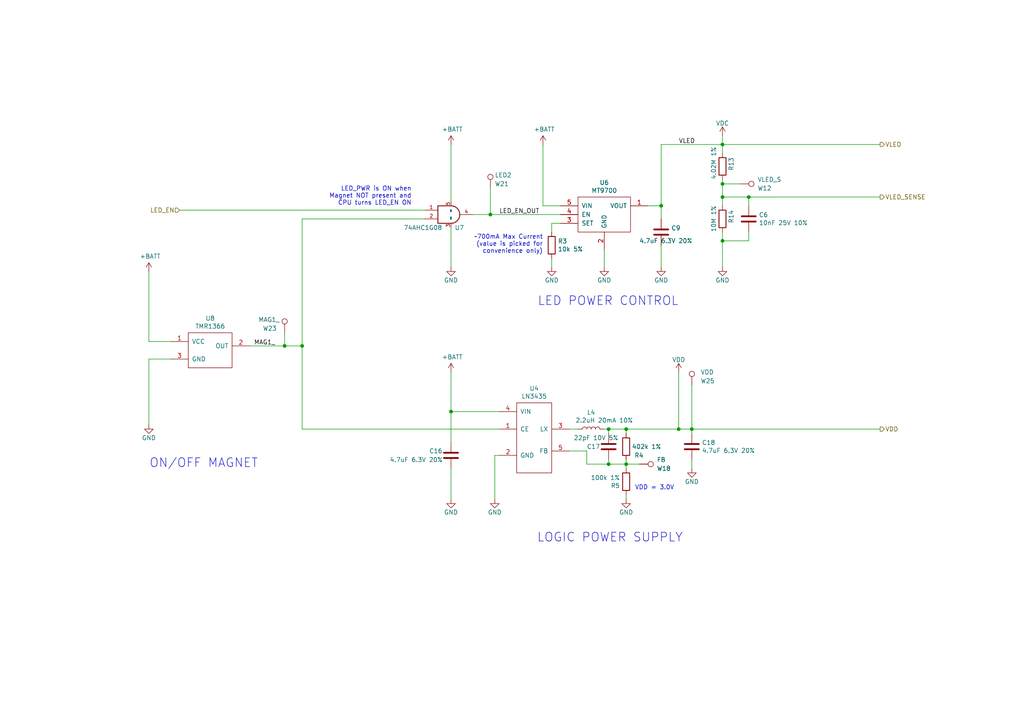
<source format=kicad_sch>
(kicad_sch (version 20211123) (generator eeschema)
  (paper "A4")
  (title_block (title "Pixels D20 Schematic, Power") (date "2020-04-13") (rev "2") (company "Systemic Games, LLC"))
  (lib_symbols
    (symbol "Device:C" (pin_numbers hide) (pin_names (offset 0.254))
      (property "Reference" "C" (at 0.635 2.54 0))
      (property "Value" "C" (at 0.635 -2.54 0))
      (symbol "C_0_1"
        (polyline (pts (xy -2.032 -0.762) (xy 2.032 -0.762)) (stroke (width 0.508)))
        (polyline (pts (xy -2.032 0.762) (xy 2.032 0.762)) (stroke (width 0.508)))
      )
      (symbol "C_1_1"
        (pin passive line (at 0 3.81 270) (length 2.794) (name "~") (number "1"))
        (pin passive line (at 0 -3.81 90) (length 2.794) (name "~") (number "2"))
      )
    )
    (symbol "Device:L" (pin_numbers hide) (pin_names (offset 1.016) hide)
      (property "Reference" "L" (at -1.27 0 90))
      (property "Value" "L" (at 1.905 0 90))
      (symbol "L_0_1"
        (arc (start 0 -2.54) (mid 0.635 -1.905) (end 0 -1.27))
        (arc (start 0 -1.27) (mid 0.635 -0.635) (end 0 0))
        (arc (start 0 0) (mid 0.635 0.635) (end 0 1.27))
        (arc (start 0 1.27) (mid 0.635 1.905) (end 0 2.54))
      )
      (symbol "L_1_1"
        (pin passive line (at 0 3.81 270) (length 1.27) (name "1") (number "1"))
        (pin passive line (at 0 -3.81 90) (length 1.27) (name "2") (number "2"))
      )
    )
    (symbol "Device:R" (pin_numbers hide) (pin_names (offset 0))
      (property "Reference" "R" (at 2.032 0 90))
      (property "Value" "R" (at 0 0 90))
      (symbol "R_0_1"
        (rectangle (start -1.016 -2.54) (end 1.016 2.54) (stroke (width 0.254)))
      )
      (symbol "R_1_1"
        (pin passive line (at 0 3.81 270) (length 1.27) (name "~") (number "1"))
        (pin passive line (at 0 -3.81 90) (length 1.27) (name "~") (number "2"))
      )
    )
    (symbol "Pixels-dice:74AHC1G08" (pin_names (offset 1.016))
      (property "Reference" "U" (at -2.54 3.81 0))
      (property "Value" "74AHC1G08" (at 0 -3.81 0))
      (symbol "74AHC1G08_0_1"
        (arc (start 0 -2.54) (mid 2.54 0) (end 0 2.54) (stroke (width 0.254)))
        (polyline (pts (xy 0 -2.54) (xy -3.81 -2.54) (xy -3.81 2.54) (xy 0 2.54)) (stroke (width 0.254)))
      )
      (symbol "74AHC1G08_1_1"
        (pin input line (at -7.62 1.27 0) (length 3.81) (name "~") (number "1"))
        (pin input line (at -7.62 -1.27 0) (length 3.81) (name "~") (number "2"))
        (pin power_in line (at 0 -3.81 90) (length 1.27) (name "GND") (number "3"))
        (pin output line (at 6.35 0 180) (length 3.81) (name "~") (number "4"))
        (pin power_in line (at 0 3.81 270) (length 1.27) (name "VCC") (number "5"))
      )
    )
    (symbol "Pixels-dice:LN3406" (pin_names (offset 1.016))
      (property "Reference" "U" (at 2.54 -11.43 0))
      (property "Value" "LN3406" (at -1.27 11.43 0))
      (symbol "LN3406_0_1"
        (rectangle (start -5.08 10.16) (end 5.08 -10.16))
      )
      (symbol "LN3406_1_1"
        (pin input line (at -10.16 2.54 0) (length 5.08) (name "CE") (number "1"))
        (pin power_in line (at -10.16 -5.08 0) (length 5.08) (name "GND") (number "2"))
        (pin power_out line (at 10.16 2.54 180) (length 5.08) (name "LX") (number "3"))
        (pin power_in line (at -10.16 7.62 0) (length 5.08) (name "VIN") (number "4"))
        (pin input line (at 10.16 -3.81 180) (length 5.08) (name "FB") (number "5"))
      )
    )
    (symbol "Pixels-dice:MT9700" (pin_names (offset 1.016))
      (property "Reference" "U" (at 6.35 -6.35 0))
      (property "Value" "MT9700" (at 0 6.35 0))
      (symbol "MT9700_0_1"
        (rectangle (start -7.62 5.08) (end 7.62 -5.08))
      )
      (symbol "MT9700_1_1"
        (pin power_out line (at 12.7 2.54 180) (length 5.08) (name "VOUT") (number "1"))
        (pin power_in line (at 0 -10.16 90) (length 5.08) (name "GND") (number "2"))
        (pin input line (at -12.7 -2.54 0) (length 5.08) (name "SET") (number "3"))
        (pin input line (at -12.7 0 0) (length 5.08) (name "EN") (number "4"))
        (pin power_in line (at -12.7 2.54 0) (length 5.08) (name "VIN") (number "5"))
      )
    )
    (symbol "Pixels-dice:TEST_1P-conn" (pin_numbers hide) (pin_names (offset 0.762) hide)
      (property "Reference" "W" (at 0 6.858 0))
      (property "Value" "TEST_1P-conn" (at 0 5.08 0))
      (symbol "TEST_1P-conn_0_1"
        (circle (center 0 3.302) (radius 0.762))
      )
      (symbol "TEST_1P-conn_1_1"
        (pin passive line (at 0 0 90) (length 2.54) (name "1") (number "1"))
      )
    )
    (symbol "Pixels-dice:TMR1366" (pin_names (offset 1.016))
      (property "Reference" "U" (at 3.81 -6.35 0))
      (property "Value" "TMR1366" (at 0 6.35 0))
      (symbol "TMR1366_1_1"
        (rectangle (start -6.35 5.08) (end 6.35 -5.08))
        (pin power_in line (at -11.43 2.54 0) (length 5.08) (name "VCC") (number "1"))
        (pin output line (at 11.43 1.27 180) (length 5.08) (name "OUT") (number "2"))
        (pin power_in line (at -11.43 -2.54 0) (length 5.08) (name "GND") (number "3"))
      )
    )
    (symbol "power:+BATT" (power) (pin_names (offset 0))
      (property "Value" "+BATT" (at 0 3.556 0))
      (symbol "+BATT_0_1"
        (polyline (pts (xy -0.762 1.27) (xy 0 2.54)))
        (polyline (pts (xy 0 0) (xy 0 2.54)))
        (polyline (pts (xy 0 2.54) (xy 0.762 1.27)))
      )
      (symbol "+BATT_1_1"
        (pin power_in line (at 0 0 90) (length 0) hide (name "+BATT") (number "1"))
      )
    )
    (symbol "power:GND" (power) (pin_names (offset 0))
      (property "Value" "GND" (at 0 -3.81 0))
      (symbol "GND_0_1"
        (polyline (pts (xy 0 0) (xy 0 -1.27) (xy 1.27 -1.27) (xy 0 -2.54) (xy -1.27 -1.27) (xy 0 -1.27)))
      )
      (symbol "GND_1_1"
        (pin power_in line (at 0 0 270) (length 0) hide (name "GND") (number "1"))
      )
    )
    (symbol "power:VDC" (power) (pin_names (offset 0))
      (property "Value" "VDC" (at 0 6.35 0))
      (symbol "VDC_0_1"
        (polyline (pts (xy -0.762 1.27) (xy 0 2.54)))
        (polyline (pts (xy 0 0) (xy 0 2.54)))
        (polyline (pts (xy 0 2.54) (xy 0.762 1.27)))
      )
      (symbol "VDC_1_1"
        (pin power_in line (at 0 0 90) (length 0) hide (name "VDC") (number "1"))
      )
    )
    (symbol "power:VDD" (power) (pin_names (offset 0))
      (property "Value" "VDD" (at 0 3.81 0))
      (symbol "VDD_0_1"
        (polyline (pts (xy -0.762 1.27) (xy 0 2.54)))
        (polyline (pts (xy 0 0) (xy 0 2.54)))
        (polyline (pts (xy 0 2.54) (xy 0.762 1.27)))
      )
      (symbol "VDD_1_1"
        (pin power_in line (at 0 0 90) (length 0) hide (name "VDD") (number "1"))
      )
    )
  )
  (junction (at 142.24 62.23))
  (junction (at 209.55 41.91))
  (junction (at 200.66 124.46))
  (junction (at 209.55 69.85))
  (junction (at 176.53 124.46))
  (junction (at 196.85 124.46))
  (junction (at 181.61 134.62))
  (junction (at 87.63 100.33))
  (junction (at 82.55 100.33))
  (junction (at 209.55 57.15))
  (junction (at 217.17 57.15))
  (junction (at 191.77 59.69))
  (junction (at 176.53 134.62))
  (junction (at 181.61 124.46))
  (junction (at 130.81 119.38))
  (junction (at 209.55 53.34))
  (wire (pts (xy 176.53 134.62) (xy 181.61 134.62)))
  (wire (pts (xy 170.18 130.81) (xy 170.18 134.62)))
  (wire (pts (xy 176.53 124.46) (xy 175.26 124.46)))
  (wire (pts (xy 165.1 130.81) (xy 170.18 130.81)))
  (wire (pts (xy 200.66 124.46) (xy 200.66 125.73)))
  (wire (pts (xy 181.61 124.46) (xy 176.53 124.46)))
  (wire (pts (xy 87.63 100.33) (xy 82.55 100.33)))
  (wire (pts (xy 43.18 78.74) (xy 43.18 99.06)))
  (wire (pts (xy 209.55 57.15) (xy 209.55 59.69)))
  (wire (pts (xy 49.53 104.14) (xy 43.18 104.14)))
  (wire (pts (xy 167.64 124.46) (xy 165.1 124.46)))
  (wire (pts (xy 176.53 125.73) (xy 176.53 124.46)))
  (wire (pts (xy 170.18 134.62) (xy 176.53 134.62)))
  (wire (pts (xy 217.17 69.85) (xy 209.55 69.85)))
  (wire (pts (xy 217.17 67.31) (xy 217.17 69.85)))
  (wire (pts (xy 209.55 52.07) (xy 209.55 53.34)))
  (wire (pts (xy 255.27 41.91) (xy 209.55 41.91)))
  (wire (pts (xy 175.26 72.39) (xy 175.26 77.47)))
  (wire (pts (xy 217.17 57.15) (xy 217.17 59.69)))
  (wire (pts (xy 181.61 134.62) (xy 185.42 134.62)))
  (wire (pts (xy 200.66 111.76) (xy 200.66 124.46)))
  (wire (pts (xy 52.07 60.96) (xy 123.19 60.96)))
  (wire (pts (xy 43.18 104.14) (xy 43.18 123.19)))
  (wire (pts (xy 176.53 134.62) (xy 176.53 133.35)))
  (wire (pts (xy 196.85 107.95) (xy 196.85 124.46)))
  (wire (pts (xy 200.66 124.46) (xy 255.27 124.46)))
  (wire (pts (xy 191.77 63.5) (xy 191.77 59.69)))
  (wire (pts (xy 209.55 69.85) (xy 209.55 77.47)))
  (wire (pts (xy 209.55 53.34) (xy 214.63 53.34)))
  (wire (pts (xy 209.55 41.91) (xy 191.77 41.91)))
  (wire (pts (xy 130.81 128.27) (xy 130.81 119.38)))
  (wire (pts (xy 162.56 59.69) (xy 157.48 59.69)))
  (wire (pts (xy 143.51 132.08) (xy 143.51 144.78)))
  (wire (pts (xy 87.63 63.5) (xy 87.63 100.33)))
  (wire (pts (xy 130.81 107.95) (xy 130.81 119.38)))
  (wire (pts (xy 130.81 66.04) (xy 130.81 77.47)))
  (wire (pts (xy 43.18 99.06) (xy 49.53 99.06)))
  (wire (pts (xy 143.51 132.08) (xy 144.78 132.08)))
  (wire (pts (xy 130.81 41.91) (xy 130.81 58.42)))
  (wire (pts (xy 142.24 62.23) (xy 162.56 62.23)))
  (wire (pts (xy 209.55 39.37) (xy 209.55 41.91)))
  (wire (pts (xy 162.56 64.77) (xy 160.02 64.77)))
  (wire (pts (xy 181.61 125.73) (xy 181.61 124.46)))
  (wire (pts (xy 160.02 74.93) (xy 160.02 77.47)))
  (wire (pts (xy 137.16 62.23) (xy 142.24 62.23)))
  (wire (pts (xy 87.63 124.46) (xy 144.78 124.46)))
  (wire (pts (xy 181.61 124.46) (xy 196.85 124.46)))
  (wire (pts (xy 82.55 100.33) (xy 72.39 100.33)))
  (wire (pts (xy 160.02 64.77) (xy 160.02 67.31)))
  (wire (pts (xy 209.55 41.91) (xy 209.55 44.45)))
  (wire (pts (xy 181.61 134.62) (xy 181.61 135.89)))
  (wire (pts (xy 209.55 53.34) (xy 209.55 57.15)))
  (wire (pts (xy 196.85 124.46) (xy 200.66 124.46)))
  (wire (pts (xy 187.96 59.69) (xy 191.77 59.69)))
  (wire (pts (xy 87.63 100.33) (xy 87.63 124.46)))
  (wire (pts (xy 157.48 41.91) (xy 157.48 59.69)))
  (wire (pts (xy 181.61 134.62) (xy 181.61 133.35)))
  (wire (pts (xy 209.55 57.15) (xy 217.17 57.15)))
  (wire (pts (xy 200.66 133.35) (xy 200.66 135.89)))
  (wire (pts (xy 142.24 54.61) (xy 142.24 62.23)))
  (wire (pts (xy 130.81 119.38) (xy 144.78 119.38)))
  (wire (pts (xy 191.77 41.91) (xy 191.77 59.69)))
  (wire (pts (xy 82.55 96.52) (xy 82.55 100.33)))
  (wire (pts (xy 209.55 67.31) (xy 209.55 69.85)))
  (wire (pts (xy 87.63 63.5) (xy 123.19 63.5)))
  (wire (pts (xy 191.77 71.12) (xy 191.77 77.47)))
  (wire (pts (xy 130.81 135.89) (xy 130.81 144.78)))
  (wire (pts (xy 181.61 143.51) (xy 181.61 144.78)))
  (wire (pts (xy 217.17 57.15) (xy 255.27 57.15)))
  (text "LOGIC POWER SUPPLY" (at 198.12 157.48 180) (effects (font (size 2.54 2.54)) (justify right bottom)))
  (text "ON/OFF MAGNET" (at 74.93 135.89 180) (effects (font (size 2.54 2.54)) (justify right bottom)))
  (text "LED_PWR is ON when\nMagnet NOT present and\nCPU turns LED_EN ON" (at 119.38 59.69 0) (effects (font (size 1.27 1.27)) (justify right bottom)))
  (text "LED POWER CONTROL" (at 196.85 88.9 180) (effects (font (size 2.54 2.54)) (justify right bottom)))
  (text "VDD = 3.0V" (at 195.58 142.24 180) (effects (font (size 1.27 1.27)) (justify right bottom)))
  (text "~700mA Max Current\n(value is picked for\nconvenience only)" (at 157.48 73.66 0) (effects (font (size 1.27 1.27)) (justify right bottom)))
  (label "MAG1_" (at 73.66 100.33 0))
  (label "VLED" (at 196.85 41.91 0))
  (label "LED_EN_OUT" (at 144.78 62.23 0))
  (hierarchical_label "LED_EN" (shape input) (at 52.07 60.96 180))
  (hierarchical_label "VDD" (shape output) (at 255.27 124.46 0))
  (hierarchical_label "VLED_SENSE" (shape output) (at 255.27 57.15 0))
  (hierarchical_label "VLED" (shape output) (at 255.27 41.91 0))
  (symbol (lib_id "Pixels-dice:TEST_1P-conn") (at 185.42 134.62 270) (unit 1)
    (property "Reference" "W18" (at 190.5 135.89 90) (effects (justify left)))
    (property "Value" "FB" (at 190.5 133.35 90) (effects (justify left)))
    (property "Footprint" "Pixels-dice:TEST_PIN" (effects hide))
    (property "Generic OK" "N/A" (effects hide))
  )
  (symbol (lib_id "Pixels-dice:TEST_1P-conn") (at 142.24 54.61 0) (unit 1)
    (property "Reference" "W21" (at 143.51 53.34 0) (effects (justify left)))
    (property "Value" "LED2" (at 143.51 50.8 0) (effects (justify left)))
    (property "Footprint" "Pixels-dice:TEST_PIN" (effects hide))
    (property "Generic OK" "N/A" (effects hide))
  )
  (symbol (lib_id "power:+BATT") (at 157.48 41.91 0) (unit 1)
    (property "Reference" "#PWR033" (effects hide))
    (property "Value" "+BATT" (at 157.861 37.5158 0))
  )
  (symbol (lib_id "Device:L") (at 171.45 124.46 90) (unit 1)
    (property "Reference" "L4" (at 171.45 119.634 90))
    (property "Value" "2.2uH 20mA 10%" (at 175.26 121.92 90))
    (property "Footprint" "Inductor_SMD:L_0805_2012Metric" (effects hide))
    (property "Generic OK" "YES" (effects hide))
    (property "Pixels Part Number" "SMD-L004" (effects hide))
    (property "Manufacturer" "Bourns" (effects hide))
    (property "Manufacturer Part Number" "CV201210-2R2K" (effects hide))
  )
  (symbol (lib_id "Device:C") (at 200.66 129.54 0) (unit 1)
    (property "Reference" "C18" (at 203.581 128.3716 0) (effects (justify left)))
    (property "Value" "4.7uF 6.3V 20%" (at 203.581 130.683 0) (effects (justify left)))
    (property "Footprint" "Pixels-dice:C_0402_1005Metric" (effects hide))
    (property "Generic OK" "YES" (effects hide))
    (property "Pixels Part Number" "SMD-C002" (effects hide))
    (property "Manufacturer" "Murata" (effects hide))
    (property "Manufacturer Part Number" "GRM155R60J475ME87D" (effects hide))
  )
  (symbol (lib_id "power:GND") (at 200.66 135.89 0) (unit 1)
    (property "Reference" "#PWR028" (effects hide))
    (property "Value" "GND" (at 200.66 139.7 0))
  )
  (symbol (lib_id "power:GND") (at 130.81 144.78 0) (unit 1)
    (property "Reference" "#PWR029" (effects hide))
    (property "Value" "GND" (at 130.81 148.59 0))
  )
  (symbol (lib_id "Pixels-dice:LN3406") (at 154.94 127 0) (unit 1)
    (property "Reference" "U4" (at 154.94 112.649 0))
    (property "Value" "LN3435" (at 154.94 114.9604 0))
    (property "Footprint" "Pixels-dice:SOT-23-5" (effects hide))
    (property "Generic OK" "NO" (effects hide))
    (property "Manufacturer" "NATLINEAR" (effects hide))
    (property "Manufacturer Part Number" "LN3435" (effects hide))
    (property "Pixels Part Number" "SMD-U004-ALT1" (effects hide))
  )
  (symbol (lib_id "power:GND") (at 175.26 77.47 0) (unit 1)
    (property "Reference" "#PWR038" (effects hide))
    (property "Value" "GND" (at 175.26 81.28 0))
  )
  (symbol (lib_id "Device:C") (at 176.53 129.54 0) (unit 1)
    (property "Reference" "C17" (at 170.18 129.54 0) (effects (justify left)))
    (property "Value" "22pF 10V 5%" (at 166.37 127 0) (effects (justify left)))
    (property "Footprint" "Pixels-dice:C_0402_1005Metric" (effects hide))
    (property "Generic OK" "YES" (effects hide))
    (property "Pixels Part Number" "SMD-C007" (effects hide))
    (property "Manufacturer" "Yageo" (effects hide))
    (property "Manufacturer Part Number" "CC0402JRNPO9BN220" (effects hide))
  )
  (symbol (lib_id "Device:R") (at 181.61 139.7 180) (unit 1)
    (property "Reference" "R5" (at 179.832 140.8684 0) (effects (justify left)))
    (property "Value" "100k 1%" (at 179.832 138.557 0) (effects (justify left)))
    (property "Footprint" "Pixels-dice:R_0402_1005Metric" (effects hide))
    (property "Generic OK" "YES" (effects hide))
    (property "Pixels Part Number" "SMD-R006" (effects hide))
    (property "Manufacturer" "Vishay" (effects hide))
    (property "Manufacturer Part Number" "CRCW0402100KFKEDC" (effects hide))
  )
  (symbol (lib_id "Device:R") (at 181.61 129.54 180) (unit 1)
    (property "Reference" "R4" (at 186.69 132.08 0) (effects (justify left)))
    (property "Value" "402k 1%" (at 191.77 129.54 0) (effects (justify left)))
    (property "Footprint" "Pixels-dice:R_0402_1005Metric" (effects hide))
    (property "Generic OK" "YES" (effects hide))
    (property "Pixels Part Number" "SMD-R001" (effects hide))
    (property "Manufacturer" "Yageo" (effects hide))
    (property "Manufacturer Part Number" "RC0402FR-07402KL" (effects hide))
  )
  (symbol (lib_id "power:GND") (at 181.61 144.78 0) (unit 1)
    (property "Reference" "#PWR030" (effects hide))
    (property "Value" "GND" (at 181.61 148.59 0))
  )
  (symbol (lib_id "power:GND") (at 43.18 123.19 0) (unit 1)
    (property "Reference" "#PWR039" (effects hide))
    (property "Value" "GND" (at 43.18 127 0))
  )
  (symbol (lib_id "Device:C") (at 130.81 132.08 0) (unit 1)
    (property "Reference" "C16" (at 124.46 130.81 0) (effects (justify left)))
    (property "Value" "4.7uF 6.3V 20%" (at 113.03 133.35 0) (effects (justify left)))
    (property "Footprint" "Pixels-dice:C_0402_1005Metric" (effects hide))
    (property "Generic OK" "YES" (effects hide))
    (property "Pixels Part Number" "SMD-C002" (effects hide))
    (property "Manufacturer" "Murata" (effects hide))
    (property "Manufacturer Part Number" "GRM155R60J475ME87D" (effects hide))
  )
  (symbol (lib_id "power:+BATT") (at 130.81 107.95 0) (unit 1)
    (property "Reference" "#PWR025" (effects hide))
    (property "Value" "+BATT" (at 131.191 103.5558 0))
  )
  (symbol (lib_id "power:+BATT") (at 43.18 78.74 0) (unit 1)
    (property "Reference" "#PWR036" (effects hide))
    (property "Value" "+BATT" (at 43.561 74.3458 0))
  )
  (symbol (lib_id "Pixels-dice:TEST_1P-conn") (at 82.55 96.52 0) (unit 1)
    (property "Reference" "W23" (at 76.2 95.25 0) (effects (justify left)))
    (property "Value" "MAG1_" (at 74.93 92.71 0) (effects (justify left)))
    (property "Footprint" "Pixels-dice:TEST_PIN" (effects hide))
    (property "Generic OK" "N/A" (effects hide))
  )
  (symbol (lib_id "Pixels-dice:74AHC1G08") (at 130.81 62.23 0) (unit 1)
    (property "Reference" "U7" (at 134.62 66.04 0) (effects (justify right)))
    (property "Value" "74AHC1G08" (at 128.27 66.04 0) (effects (justify right)))
    (property "Footprint" "Pixels-dice:SOT-353_SC-70-5" (effects hide))
    (property "Generic OK" "YES" (effects hide))
    (property "Manufacturer" "UMW(Youtai Semiconductor Co., Ltd.)" (effects hide))
    (property "Manufacturer Part Number" "SN74LVC1G08DCKR" (effects hide))
    (property "Pixels Part Number" "SMD-U007" (effects hide))
  )
  (symbol (lib_id "power:+BATT") (at 130.81 41.91 0) (unit 1)
    (property "Reference" "#PWR020" (effects hide))
    (property "Value" "+BATT" (at 131.191 37.5158 0))
  )
  (symbol (lib_id "power:GND") (at 130.81 77.47 0) (unit 1)
    (property "Reference" "#PWR034" (effects hide))
    (property "Value" "GND" (at 130.81 81.28 0))
  )
  (symbol (lib_id "Pixels-dice:TEST_1P-conn") (at 200.66 111.76 0) (unit 1)
    (property "Reference" "W25" (at 203.2 110.49 0) (effects (justify left)))
    (property "Value" "VDD" (at 203.2 107.95 0) (effects (justify left)))
    (property "Footprint" "Pixels-dice:TEST_PIN" (effects hide))
    (property "Generic OK" "N/A" (effects hide))
  )
  (symbol (lib_id "Device:R") (at 209.55 48.26 0) (unit 1)
    (property "Reference" "R13" (at 212.09 49.53 90) (effects (justify left)))
    (property "Value" "4.02M 1%" (at 207.01 52.07 90) (effects (justify left)))
    (property "Footprint" "Pixels-dice:R_0402_1005Metric" (effects hide))
    (property "Generic OK" "YES" (effects hide))
    (property "Pixels Part Number" "SMD-R003" (effects hide))
    (property "Manufacturer" "Vishay" (effects hide))
    (property "Manufacturer Part Number" "CRCW04024M02FKED" (effects hide))
  )
  (symbol (lib_id "Device:R") (at 209.55 63.5 0) (unit 1)
    (property "Reference" "R14" (at 212.09 64.77 90) (effects (justify left)))
    (property "Value" "10M 1%" (at 207.01 67.31 90) (effects (justify left)))
    (property "Footprint" "Pixels-dice:R_0402_1005Metric" (effects hide))
    (property "Generic OK" "YES" (effects hide))
    (property "Pixels Part Number" "SMD-R004" (effects hide))
    (property "Manufacturer" "Yageo" (effects hide))
    (property "Manufacturer Part Number" "RC0402FR-0710ML" (effects hide))
  )
  (symbol (lib_id "Device:C") (at 217.17 63.5 0) (unit 1)
    (property "Reference" "C6" (at 220.091 62.3316 0) (effects (justify left)))
    (property "Value" "10nF 25V 10%" (at 220.091 64.643 0) (effects (justify left)))
    (property "Footprint" "Pixels-dice:C_0402_1005Metric" (effects hide))
    (property "Generic OK" "YES" (effects hide))
    (property "Pixels Part Number" "SMD-C009" (effects hide))
    (property "Manufacturer" "Yageo" (effects hide))
    (property "Manufacturer Part Number" "AC0402KPX7R9BB103" (effects hide))
  )
  (symbol (lib_id "power:GND") (at 209.55 77.47 0) (unit 1)
    (property "Reference" "#PWR079" (effects hide))
    (property "Value" "GND" (at 209.55 81.28 0))
  )
  (symbol (lib_id "Pixels-dice:TEST_1P-conn") (at 214.63 53.34 270) (unit 1)
    (property "Reference" "W12" (at 219.71 54.61 90) (effects (justify left)))
    (property "Value" "VLED_S" (at 219.71 52.07 90) (effects (justify left)))
    (property "Footprint" "Pixels-dice:TEST_PIN" (effects hide))
    (property "Generic OK" "N/A" (effects hide))
  )
  (symbol (lib_id "Pixels-dice:TMR1366") (at 60.96 101.6 0) (unit 1)
    (property "Reference" "U8" (at 60.96 92.329 0))
    (property "Value" "TMR1366" (at 60.96 94.6404 0))
    (property "Footprint" "Package_TO_SOT_SMD:SOT-23" (effects hide))
    (property "Generic OK" "NO" (effects hide))
    (property "Manufacturer" "Multi Dimension" (effects hide))
    (property "Manufacturer Part Number" "TMR1366S" (effects hide))
    (property "Pixels Part Number" "SMD-U008-ALT8" (effects hide))
  )
  (symbol (lib_id "Device:C") (at 191.77 67.31 0) (unit 1)
    (property "Reference" "C9" (at 194.691 66.1416 0) (effects (justify left)))
    (property "Value" "4.7uF 6.3V 20%" (at 185.42 69.85 0) (effects (justify left)))
    (property "Footprint" "Pixels-dice:C_0402_1005Metric" (effects hide))
    (property "Generic OK" "YES" (effects hide))
    (property "Pixels Part Number" "SMD-C002" (effects hide))
    (property "Manufacturer" "Murata" (effects hide))
    (property "Manufacturer Part Number" "GRM155R60J475ME87D" (effects hide))
  )
  (symbol (lib_id "power:GND") (at 191.77 77.47 0) (unit 1)
    (property "Reference" "#PWR0142" (effects hide))
    (property "Value" "GND" (at 191.77 81.28 0))
  )
  (symbol (lib_id "Pixels-dice:MT9700") (at 175.26 62.23 0) (unit 1)
    (property "Reference" "U6" (at 175.26 52.959 0))
    (property "Value" "MT9700" (at 175.26 55.2704 0))
    (property "Footprint" "Pixels-dice:SOT-23-5" (effects hide))
    (property "Manufacturer" "XI'AN Aerosemi Tech" (effects hide))
    (property "Manufacturer Part Number" "MT9700" (effects hide))
    (property "Pixels Part Number" "SMD-U006-ALT2" (effects hide))
    (property "Generic OK" "NO" (effects hide))
  )
  (symbol (lib_id "Device:R") (at 160.02 71.12 0) (unit 1)
    (property "Reference" "R3" (at 161.798 69.9516 0) (effects (justify left)))
    (property "Value" "10k 5%" (at 161.798 72.263 0) (effects (justify left)))
    (property "Footprint" "Pixels-dice:R_0402_1005Metric" (effects hide))
    (property "Generic OK" "YES" (effects hide))
    (property "Manufacturer" "Yageo" (effects hide))
    (property "Manufacturer Part Number" "RC0402JR-0710KL" (effects hide))
    (property "Pixels Part Number" "SMD-R002" (effects hide))
  )
  (symbol (lib_id "power:GND") (at 160.02 77.47 0) (unit 1)
    (property "Reference" "#PWR0101" (effects hide))
    (property "Value" "GND" (at 160.02 81.28 0))
  )
  (symbol (lib_id "power:VDC") (at 209.55 39.37 0) (unit 1)
    (property "Reference" "#PWR026" (effects hide))
    (property "Value" "VDC" (at 209.55 35.7655 0))
  )
  (symbol (lib_id "power:GND") (at 143.51 144.78 0) (unit 1)
    (property "Reference" "#PWR031" (effects hide))
    (property "Value" "GND" (at 143.51 148.59 0))
  )
  (symbol (lib_id "power:VDD") (at 196.85 107.95 0) (unit 1)
    (property "Reference" "#PWR027" (effects hide))
    (property "Value" "VDD" (at 196.85 104.3455 0))
  )
)
</source>
